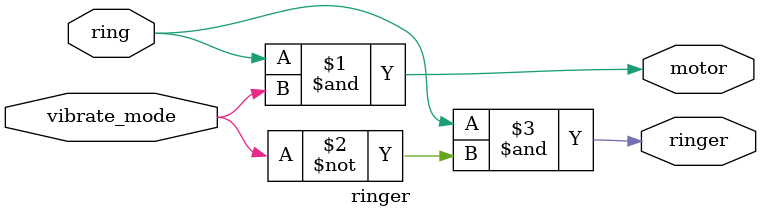
<source format=v>
module ringer (
    input ring,
    input vibrate_mode,
    output ringer,       // Make sound
    output motor         // Vibrate
);
    assign motor = ring&vibrate_mode;
    assign ringer = ring&~vibrate_mode;

endmodule

</source>
